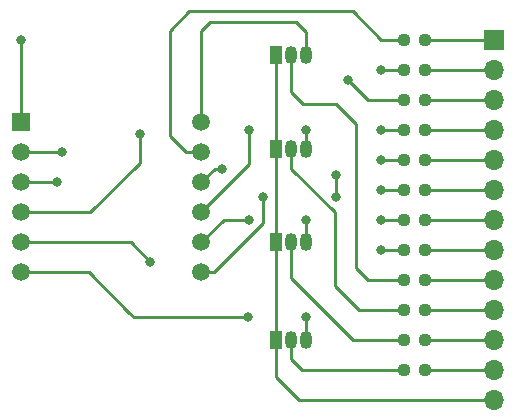
<source format=gbr>
%TF.GenerationSoftware,KiCad,Pcbnew,(7.0.0-0)*%
%TF.CreationDate,2023-03-23T20:34:07-04:00*%
%TF.ProjectId,EE5143_7Digit_FPGA,45453531-3433-45f3-9744-696769745f46,rev?*%
%TF.SameCoordinates,Original*%
%TF.FileFunction,Copper,L1,Top*%
%TF.FilePolarity,Positive*%
%FSLAX46Y46*%
G04 Gerber Fmt 4.6, Leading zero omitted, Abs format (unit mm)*
G04 Created by KiCad (PCBNEW (7.0.0-0)) date 2023-03-23 20:34:07*
%MOMM*%
%LPD*%
G01*
G04 APERTURE LIST*
G04 Aperture macros list*
%AMRoundRect*
0 Rectangle with rounded corners*
0 $1 Rounding radius*
0 $2 $3 $4 $5 $6 $7 $8 $9 X,Y pos of 4 corners*
0 Add a 4 corners polygon primitive as box body*
4,1,4,$2,$3,$4,$5,$6,$7,$8,$9,$2,$3,0*
0 Add four circle primitives for the rounded corners*
1,1,$1+$1,$2,$3*
1,1,$1+$1,$4,$5*
1,1,$1+$1,$6,$7*
1,1,$1+$1,$8,$9*
0 Add four rect primitives between the rounded corners*
20,1,$1+$1,$2,$3,$4,$5,0*
20,1,$1+$1,$4,$5,$6,$7,0*
20,1,$1+$1,$6,$7,$8,$9,0*
20,1,$1+$1,$8,$9,$2,$3,0*%
G04 Aperture macros list end*
%TA.AperFunction,ComponentPad*%
%ADD10R,1.050000X1.500000*%
%TD*%
%TA.AperFunction,ComponentPad*%
%ADD11O,1.050000X1.500000*%
%TD*%
%TA.AperFunction,SMDPad,CuDef*%
%ADD12RoundRect,0.237500X0.250000X0.237500X-0.250000X0.237500X-0.250000X-0.237500X0.250000X-0.237500X0*%
%TD*%
%TA.AperFunction,ComponentPad*%
%ADD13R,1.500000X1.500000*%
%TD*%
%TA.AperFunction,ComponentPad*%
%ADD14C,1.500000*%
%TD*%
%TA.AperFunction,ComponentPad*%
%ADD15O,1.700000X1.700000*%
%TD*%
%TA.AperFunction,ComponentPad*%
%ADD16R,1.700000X1.700000*%
%TD*%
%TA.AperFunction,ViaPad*%
%ADD17C,0.800000*%
%TD*%
%TA.AperFunction,Conductor*%
%ADD18C,0.250000*%
%TD*%
G04 APERTURE END LIST*
D10*
%TO.P,Q3,1,E*%
%TO.N,GNDREF*%
X123824999Y-60324999D03*
D11*
%TO.P,Q3,2,B*%
%TO.N,Net-(Q3-B)*%
X125094999Y-60324999D03*
%TO.P,Q3,3,C*%
%TO.N,D3*%
X126364999Y-60324999D03*
%TD*%
D12*
%TO.P,R7,1*%
%TO.N,G*%
X136445000Y-58420000D03*
%TO.P,R7,2*%
%TO.N,Net-(U1-g)*%
X134620000Y-58420000D03*
%TD*%
D13*
%TO.P,U1,1,e*%
%TO.N,Net-(U1-e)*%
X102234999Y-50164999D03*
D14*
%TO.P,U1,2,d*%
%TO.N,Net-(U1-d)*%
X102235000Y-52705000D03*
%TO.P,U1,3,DPX*%
%TO.N,Net-(U1-DPX)*%
X102235000Y-55245000D03*
%TO.P,U1,4,c*%
%TO.N,Net-(U1-c)*%
X102235000Y-57785000D03*
%TO.P,U1,5,g*%
%TO.N,Net-(U1-g)*%
X102235000Y-60325000D03*
%TO.P,U1,6,CC4*%
%TO.N,D4*%
X102235000Y-62865000D03*
%TO.P,U1,7,b*%
%TO.N,Net-(U1-b)*%
X117475000Y-62865000D03*
%TO.P,U1,8,CC3*%
%TO.N,D3*%
X117475000Y-60325000D03*
%TO.P,U1,9,CC2*%
%TO.N,D2*%
X117475000Y-57785000D03*
%TO.P,U1,10,f*%
%TO.N,Net-(U1-f)*%
X117475000Y-55245000D03*
%TO.P,U1,11,a*%
%TO.N,Net-(U1-a)*%
X117475000Y-52705000D03*
%TO.P,U1,12,CC1*%
%TO.N,D1*%
X117475000Y-50165000D03*
%TD*%
D12*
%TO.P,R12,1*%
%TO.N,Do4*%
X136445000Y-71120000D03*
%TO.P,R12,2*%
%TO.N,Net-(Q4-B)*%
X134620000Y-71120000D03*
%TD*%
%TO.P,R11,1*%
%TO.N,Do3*%
X136445000Y-68580000D03*
%TO.P,R11,2*%
%TO.N,Net-(Q3-B)*%
X134620000Y-68580000D03*
%TD*%
%TO.P,R10,2*%
%TO.N,Net-(Q2-B)*%
X134620000Y-66040000D03*
%TO.P,R10,1*%
%TO.N,Do2*%
X136445000Y-66040000D03*
%TD*%
%TO.P,R9,1*%
%TO.N,Do1*%
X136445000Y-63500000D03*
%TO.P,R9,2*%
%TO.N,Net-(Q1-B)*%
X134620000Y-63500000D03*
%TD*%
%TO.P,R8,1*%
%TO.N,DP*%
X136445000Y-60960000D03*
%TO.P,R8,2*%
%TO.N,Net-(U1-DPX)*%
X134620000Y-60960000D03*
%TD*%
%TO.P,R6,1*%
%TO.N,F*%
X136445000Y-55880000D03*
%TO.P,R6,2*%
%TO.N,Net-(U1-f)*%
X134620000Y-55880000D03*
%TD*%
%TO.P,R5,1*%
%TO.N,E*%
X136445000Y-53340000D03*
%TO.P,R5,2*%
%TO.N,Net-(U1-e)*%
X134620000Y-53340000D03*
%TD*%
%TO.P,R4,1*%
%TO.N,D*%
X136445000Y-50800000D03*
%TO.P,R4,2*%
%TO.N,Net-(U1-d)*%
X134620000Y-50800000D03*
%TD*%
%TO.P,R3,1*%
%TO.N,C*%
X136445000Y-48260000D03*
%TO.P,R3,2*%
%TO.N,Net-(U1-c)*%
X134620000Y-48260000D03*
%TD*%
%TO.P,R2,1*%
%TO.N,B*%
X136445000Y-45720000D03*
%TO.P,R2,2*%
%TO.N,Net-(U1-b)*%
X134620000Y-45720000D03*
%TD*%
%TO.P,R1,2*%
%TO.N,Net-(U1-a)*%
X134620000Y-43180000D03*
%TO.P,R1,1*%
%TO.N,A*%
X136445000Y-43180000D03*
%TD*%
D11*
%TO.P,Q4,3,C*%
%TO.N,D4*%
X126364999Y-68579999D03*
%TO.P,Q4,2,B*%
%TO.N,Net-(Q4-B)*%
X125094999Y-68579999D03*
D10*
%TO.P,Q4,1,E*%
%TO.N,GNDREF*%
X123824999Y-68579999D03*
%TD*%
%TO.P,Q2,1,E*%
%TO.N,GNDREF*%
X123824999Y-52429999D03*
D11*
%TO.P,Q2,2,B*%
%TO.N,Net-(Q2-B)*%
X125094999Y-52429999D03*
%TO.P,Q2,3,C*%
%TO.N,D2*%
X126364999Y-52429999D03*
%TD*%
D10*
%TO.P,Q1,1,E*%
%TO.N,GNDREF*%
X123824999Y-44449999D03*
D11*
%TO.P,Q1,2,B*%
%TO.N,Net-(Q1-B)*%
X125094999Y-44449999D03*
%TO.P,Q1,3,C*%
%TO.N,D1*%
X126364999Y-44449999D03*
%TD*%
D15*
%TO.P,J1,13,Pin_13*%
%TO.N,GNDREF*%
X142239999Y-73659999D03*
%TO.P,J1,12,Pin_12*%
%TO.N,Do4*%
X142239999Y-71119999D03*
%TO.P,J1,11,Pin_11*%
%TO.N,Do3*%
X142239999Y-68579999D03*
%TO.P,J1,10,Pin_10*%
%TO.N,Do2*%
X142239999Y-66039999D03*
%TO.P,J1,9,Pin_9*%
%TO.N,Do1*%
X142239999Y-63499999D03*
%TO.P,J1,8,Pin_8*%
%TO.N,DP*%
X142239999Y-60959999D03*
%TO.P,J1,7,Pin_7*%
%TO.N,G*%
X142239999Y-58419999D03*
%TO.P,J1,6,Pin_6*%
%TO.N,F*%
X142239999Y-55879999D03*
%TO.P,J1,5,Pin_5*%
%TO.N,E*%
X142239999Y-53339999D03*
%TO.P,J1,4,Pin_4*%
%TO.N,D*%
X142239999Y-50799999D03*
%TO.P,J1,3,Pin_3*%
%TO.N,C*%
X142239999Y-48259999D03*
%TO.P,J1,2,Pin_2*%
%TO.N,B*%
X142239999Y-45719999D03*
D16*
%TO.P,J1,1,Pin_1*%
%TO.N,A*%
X142239999Y-43179999D03*
%TD*%
D17*
%TO.N,Net-(U1-d)*%
X105664000Y-52705000D03*
%TO.N,Net-(U1-e)*%
X102235000Y-43180000D03*
%TO.N,Net-(U1-c)*%
X112268000Y-51181000D03*
X129921000Y-46609000D03*
%TO.N,Net-(U1-g)*%
X113157000Y-61976000D03*
%TO.N,Net-(U1-DPX)*%
X105283000Y-55245000D03*
%TO.N,Net-(U1-b)*%
X128905000Y-56515000D03*
X128905000Y-54610000D03*
X122682000Y-56515000D03*
%TO.N,Net-(U1-f)*%
X119253000Y-54102000D03*
%TO.N,D4*%
X121412000Y-66675000D03*
%TO.N,D3*%
X121539000Y-58420000D03*
%TO.N,D2*%
X121539000Y-50800000D03*
%TO.N,D4*%
X126365000Y-66675000D03*
%TO.N,D3*%
X126365000Y-58420000D03*
%TO.N,D2*%
X126365000Y-50800000D03*
%TO.N,Net-(U1-DPX)*%
X132715000Y-60960000D03*
%TO.N,Net-(U1-g)*%
X132715000Y-58420000D03*
%TO.N,Net-(U1-f)*%
X132715000Y-55880000D03*
%TO.N,Net-(U1-e)*%
X132715000Y-53340000D03*
%TO.N,Net-(U1-d)*%
X132715000Y-50800000D03*
%TO.N,Net-(U1-b)*%
X132715000Y-45720000D03*
%TD*%
D18*
%TO.N,Net-(U1-d)*%
X102235000Y-52705000D02*
X105664000Y-52705000D01*
%TO.N,Net-(U1-e)*%
X102235000Y-43180000D02*
X102235000Y-50165000D01*
%TO.N,Net-(U1-c)*%
X108077000Y-57785000D02*
X112268000Y-53594000D01*
X102235000Y-57785000D02*
X108077000Y-57785000D01*
X112268000Y-53594000D02*
X112268000Y-51181000D01*
X134620000Y-48260000D02*
X131572000Y-48260000D01*
X131572000Y-48260000D02*
X129921000Y-46609000D01*
%TO.N,Net-(U1-g)*%
X113157000Y-61976000D02*
X111506000Y-60325000D01*
X111506000Y-60325000D02*
X102235000Y-60325000D01*
%TO.N,Net-(U1-DPX)*%
X102235000Y-55245000D02*
X105283000Y-55245000D01*
%TO.N,Net-(U1-b)*%
X122682000Y-56515000D02*
X122682000Y-58718660D01*
X122682000Y-58718660D02*
X118535660Y-62865000D01*
X118535660Y-62865000D02*
X117475000Y-62865000D01*
X128905000Y-54610000D02*
X128905000Y-56515000D01*
%TO.N,Net-(U1-f)*%
X118618000Y-54102000D02*
X119126000Y-54102000D01*
X117475000Y-55245000D02*
X118618000Y-54102000D01*
X119126000Y-54102000D02*
X119253000Y-54102000D01*
%TO.N,Net-(U1-a)*%
X117475000Y-52705000D02*
X116205000Y-52705000D01*
X116205000Y-52705000D02*
X114808000Y-51308000D01*
X116459000Y-40767000D02*
X130302000Y-40767000D01*
X130302000Y-40767000D02*
X132715000Y-43180000D01*
X114808000Y-51308000D02*
X114808000Y-42418000D01*
X114808000Y-42418000D02*
X116459000Y-40767000D01*
X132715000Y-43180000D02*
X134620000Y-43180000D01*
%TO.N,D4*%
X107950000Y-62865000D02*
X111379000Y-66294000D01*
X102235000Y-62865000D02*
X107950000Y-62865000D01*
X111760000Y-66675000D02*
X121412000Y-66675000D01*
X111379000Y-66294000D02*
X111760000Y-66675000D01*
%TO.N,D3*%
X119380000Y-58420000D02*
X121539000Y-58420000D01*
X117475000Y-60325000D02*
X119380000Y-58420000D01*
%TO.N,D2*%
X121539000Y-53721000D02*
X121539000Y-50800000D01*
X117475000Y-57785000D02*
X121539000Y-53721000D01*
%TO.N,D1*%
X118237000Y-41656000D02*
X117475000Y-42418000D01*
X125476000Y-41656000D02*
X118237000Y-41656000D01*
X117475000Y-42418000D02*
X117475000Y-50165000D01*
X126365000Y-42545000D02*
X125476000Y-41656000D01*
%TO.N,Net-(Q3-B)*%
X134620000Y-68580000D02*
X130302000Y-68580000D01*
X130302000Y-68580000D02*
X125095000Y-63373000D01*
X125095000Y-63373000D02*
X125095000Y-60325000D01*
%TO.N,Net-(Q1-B)*%
X134620000Y-63500000D02*
X131572000Y-63500000D01*
X130556000Y-62484000D02*
X130556000Y-50292000D01*
X131572000Y-63500000D02*
X130556000Y-62484000D01*
X130556000Y-50292000D02*
X128905000Y-48641000D01*
X128905000Y-48641000D02*
X126111000Y-48641000D01*
X126111000Y-48641000D02*
X125095000Y-47625000D01*
X125095000Y-47625000D02*
X125095000Y-44450000D01*
%TO.N,Net-(Q2-B)*%
X125095000Y-54102000D02*
X128778000Y-57785000D01*
X134620000Y-66040000D02*
X130810000Y-66040000D01*
X130810000Y-66040000D02*
X128778000Y-64008000D01*
X128778000Y-64008000D02*
X128778000Y-57785000D01*
%TO.N,Net-(Q4-B)*%
X134620000Y-71120000D02*
X125984000Y-71120000D01*
X125984000Y-71120000D02*
X125095000Y-70231000D01*
X125095000Y-68580000D02*
X125095000Y-70231000D01*
%TO.N,Net-(Q2-B)*%
X125095000Y-52430000D02*
X125095000Y-54102000D01*
%TO.N,D4*%
X126365000Y-68580000D02*
X126365000Y-66675000D01*
%TO.N,D3*%
X126365000Y-60325000D02*
X126365000Y-58420000D01*
%TO.N,D1*%
X126365000Y-44450000D02*
X126365000Y-42545000D01*
%TO.N,D2*%
X126365000Y-52430000D02*
X126365000Y-50800000D01*
%TO.N,Net-(U1-DPX)*%
X134620000Y-60960000D02*
X132715000Y-60960000D01*
%TO.N,Net-(U1-g)*%
X134620000Y-58420000D02*
X132715000Y-58420000D01*
%TO.N,Net-(U1-f)*%
X134620000Y-55880000D02*
X132715000Y-55880000D01*
%TO.N,Net-(U1-e)*%
X134620000Y-53340000D02*
X132715000Y-53340000D01*
%TO.N,Net-(U1-d)*%
X134620000Y-50800000D02*
X132715000Y-50800000D01*
%TO.N,Net-(U1-b)*%
X134620000Y-45720000D02*
X132715000Y-45720000D01*
%TO.N,GNDREF*%
X123825000Y-71755000D02*
X125730000Y-73660000D01*
X123825000Y-68580000D02*
X123825000Y-71755000D01*
X125730000Y-73660000D02*
X142240000Y-73660000D01*
X123825000Y-44450000D02*
X123825000Y-52430000D01*
X123825000Y-52430000D02*
X123825000Y-60325000D01*
X123825000Y-60325000D02*
X123825000Y-68580000D01*
%TO.N,Do4*%
X136445000Y-71120000D02*
X142240000Y-71120000D01*
%TO.N,Do3*%
X142240000Y-68580000D02*
X136445000Y-68580000D01*
%TO.N,Do2*%
X136445000Y-66040000D02*
X142240000Y-66040000D01*
%TO.N,Do1*%
X136445000Y-63500000D02*
X142240000Y-63500000D01*
%TO.N,DP*%
X142240000Y-60960000D02*
X136445000Y-60960000D01*
%TO.N,G*%
X136445000Y-58420000D02*
X142240000Y-58420000D01*
%TO.N,F*%
X136445000Y-55880000D02*
X142240000Y-55880000D01*
%TO.N,E*%
X136445000Y-53340000D02*
X142240000Y-53340000D01*
%TO.N,D*%
X136445000Y-50800000D02*
X142240000Y-50800000D01*
%TO.N,C*%
X136445000Y-48260000D02*
X142240000Y-48260000D01*
%TO.N,B*%
X136445000Y-45720000D02*
X142240000Y-45720000D01*
%TO.N,A*%
X136445000Y-43180000D02*
X142240000Y-43180000D01*
%TD*%
M02*

</source>
